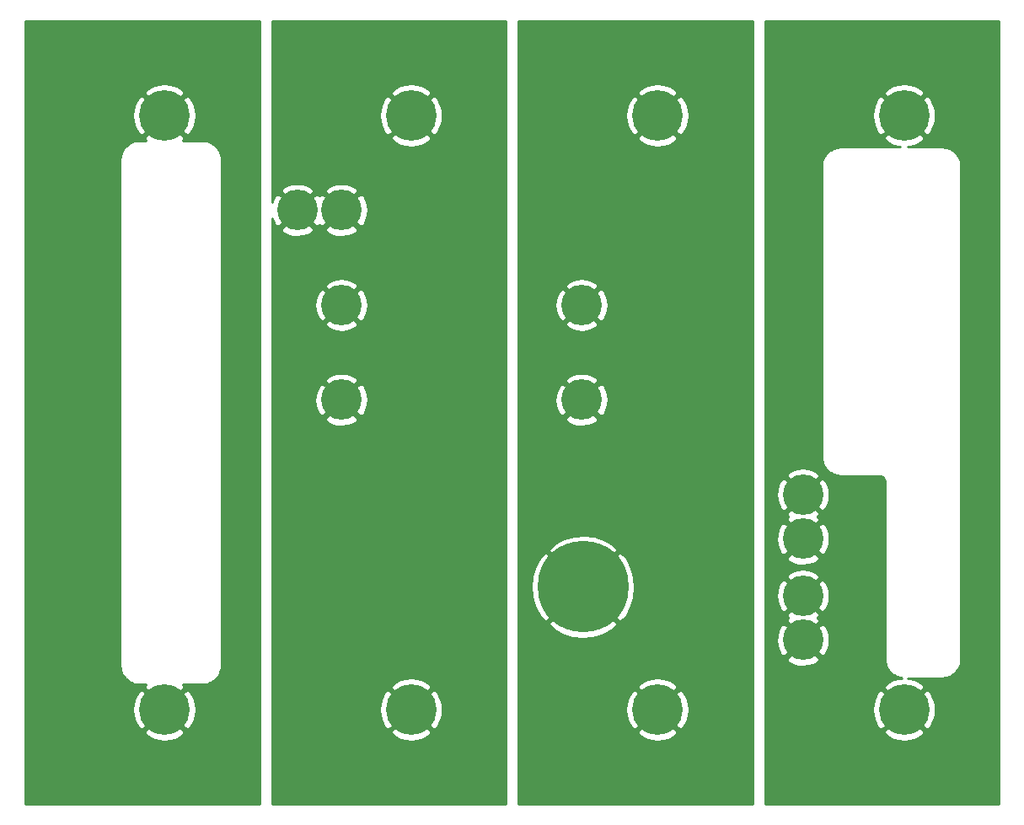
<source format=gbr>
%TF.GenerationSoftware,KiCad,Pcbnew,(5.1.4)-1*%
%TF.CreationDate,2022-01-26T10:18:27+02:00*%
%TF.ProjectId,Front Panel,46726f6e-7420-4506-916e-656c2e6b6963,rev?*%
%TF.SameCoordinates,Original*%
%TF.FileFunction,Copper,L2,Bot*%
%TF.FilePolarity,Positive*%
%FSLAX46Y46*%
G04 Gerber Fmt 4.6, Leading zero omitted, Abs format (unit mm)*
G04 Created by KiCad (PCBNEW (5.1.4)-1) date 2022-01-26 10:18:27*
%MOMM*%
%LPD*%
G04 APERTURE LIST*
%TA.AperFunction,ComponentPad*%
%ADD10C,5.080000*%
%TD*%
%TA.AperFunction,ComponentPad*%
%ADD11C,9.144000*%
%TD*%
%TA.AperFunction,ComponentPad*%
%ADD12C,4.064000*%
%TD*%
%TA.AperFunction,Conductor*%
%ADD13C,0.254000*%
%TD*%
G04 APERTURE END LIST*
D10*
%TO.P,J1,1*%
%TO.N,GND*%
X97155000Y-37465000D03*
%TD*%
%TO.P,J2,1*%
%TO.N,GND*%
X97155000Y-97155000D03*
%TD*%
%TO.P,J3,1*%
%TO.N,GND*%
X121920000Y-37465000D03*
%TD*%
%TO.P,J4,1*%
%TO.N,GND*%
X121920000Y-97155000D03*
%TD*%
%TO.P,J5,1*%
%TO.N,GND*%
X146685000Y-37465000D03*
%TD*%
%TO.P,J6,1*%
%TO.N,GND*%
X146685000Y-97155000D03*
%TD*%
%TO.P,J7,1*%
%TO.N,GND*%
X171450000Y-37465000D03*
%TD*%
%TO.P,J8,1*%
%TO.N,GND*%
X171450000Y-97155000D03*
%TD*%
D11*
%TO.P,J9,1*%
%TO.N,GND*%
X139192000Y-84836000D03*
%TD*%
D12*
%TO.P,J10,1*%
%TO.N,GND*%
X110490000Y-46990000D03*
%TD*%
%TO.P,J11,1*%
%TO.N,GND*%
X114935000Y-46990000D03*
%TD*%
%TO.P,J12,1*%
%TO.N,GND*%
X114935000Y-56515000D03*
%TD*%
%TO.P,J13,1*%
%TO.N,GND*%
X114935000Y-66040000D03*
%TD*%
%TO.P,J14,1*%
%TO.N,GND*%
X139065000Y-56515000D03*
%TD*%
%TO.P,J15,1*%
%TO.N,GND*%
X139065000Y-66040000D03*
%TD*%
%TO.P,J16,1*%
%TO.N,GND*%
X161290000Y-75565000D03*
%TD*%
%TO.P,J17,1*%
%TO.N,GND*%
X161290000Y-80010000D03*
%TD*%
%TO.P,J18,1*%
%TO.N,GND*%
X161290000Y-85725000D03*
%TD*%
%TO.P,J19,1*%
%TO.N,GND*%
X161290000Y-90170000D03*
%TD*%
D13*
%TO.N,GND*%
G36*
X106680000Y-106655000D02*
G01*
X83210000Y-106655000D01*
X83210000Y-99386594D01*
X95103011Y-99386594D01*
X95383984Y-99808659D01*
X95935717Y-100103178D01*
X96534306Y-100284400D01*
X97156748Y-100345361D01*
X97779123Y-100283718D01*
X98377513Y-100101840D01*
X98926016Y-99808659D01*
X99206989Y-99386594D01*
X97155000Y-97334605D01*
X95103011Y-99386594D01*
X83210000Y-99386594D01*
X83210000Y-97156748D01*
X93964639Y-97156748D01*
X94026282Y-97779123D01*
X94208160Y-98377513D01*
X94501341Y-98926016D01*
X94923406Y-99206989D01*
X96975395Y-97155000D01*
X97334605Y-97155000D01*
X99386594Y-99206989D01*
X99808659Y-98926016D01*
X100103178Y-98374283D01*
X100284400Y-97775694D01*
X100345361Y-97153252D01*
X100283718Y-96530877D01*
X100101840Y-95932487D01*
X99808659Y-95383984D01*
X99386594Y-95103011D01*
X97334605Y-97155000D01*
X96975395Y-97155000D01*
X94923406Y-95103011D01*
X94501341Y-95383984D01*
X94206822Y-95935717D01*
X94025600Y-96534306D01*
X93964639Y-97156748D01*
X83210000Y-97156748D01*
X83210000Y-92742418D01*
X92685000Y-92742418D01*
X92687802Y-92770864D01*
X92687747Y-92778682D01*
X92688646Y-92787853D01*
X92714554Y-93034357D01*
X92726589Y-93092986D01*
X92737792Y-93151716D01*
X92740456Y-93160538D01*
X92813751Y-93397314D01*
X92836931Y-93452457D01*
X92859339Y-93507920D01*
X92863665Y-93516054D01*
X92863667Y-93516059D01*
X92863670Y-93516064D01*
X92981553Y-93734086D01*
X93014988Y-93783654D01*
X93047759Y-93833735D01*
X93053584Y-93840876D01*
X93211577Y-94031856D01*
X93254012Y-94073995D01*
X93295875Y-94116745D01*
X93302976Y-94122618D01*
X93495053Y-94279273D01*
X93544875Y-94312374D01*
X93594237Y-94346173D01*
X93602343Y-94350556D01*
X93821191Y-94466919D01*
X93876479Y-94489707D01*
X93931475Y-94513279D01*
X93940278Y-94516003D01*
X94177559Y-94587643D01*
X94236246Y-94599264D01*
X94294752Y-94611700D01*
X94303915Y-94612663D01*
X94303917Y-94612663D01*
X94550595Y-94636850D01*
X94550598Y-94636850D01*
X94582581Y-94640000D01*
X95291677Y-94640000D01*
X95103011Y-94923406D01*
X97155000Y-96975395D01*
X99206989Y-94923406D01*
X99018323Y-94640000D01*
X100997419Y-94640000D01*
X101025865Y-94637198D01*
X101033682Y-94637253D01*
X101042853Y-94636354D01*
X101289357Y-94610446D01*
X101347986Y-94598411D01*
X101406716Y-94587208D01*
X101415532Y-94584546D01*
X101415536Y-94584545D01*
X101415539Y-94584544D01*
X101652314Y-94511249D01*
X101707457Y-94488069D01*
X101762920Y-94465661D01*
X101771054Y-94461335D01*
X101771059Y-94461333D01*
X101771064Y-94461330D01*
X101989086Y-94343447D01*
X102038654Y-94310012D01*
X102088735Y-94277241D01*
X102095876Y-94271416D01*
X102286856Y-94113423D01*
X102328995Y-94070988D01*
X102371745Y-94029125D01*
X102377618Y-94022024D01*
X102534273Y-93829947D01*
X102567374Y-93780125D01*
X102601173Y-93730763D01*
X102605556Y-93722657D01*
X102721919Y-93503809D01*
X102744707Y-93448521D01*
X102768279Y-93393525D01*
X102771003Y-93384722D01*
X102842643Y-93147441D01*
X102854264Y-93088754D01*
X102866700Y-93030248D01*
X102867663Y-93021083D01*
X102891850Y-92774405D01*
X102891850Y-92774402D01*
X102895000Y-92742419D01*
X102895000Y-41877581D01*
X102892198Y-41849135D01*
X102892253Y-41841318D01*
X102891354Y-41832147D01*
X102865446Y-41585644D01*
X102853414Y-41527028D01*
X102842208Y-41468284D01*
X102839544Y-41459462D01*
X102766249Y-41222686D01*
X102743074Y-41167555D01*
X102720661Y-41112080D01*
X102716334Y-41103944D01*
X102598446Y-40885914D01*
X102565012Y-40836346D01*
X102532240Y-40786265D01*
X102526416Y-40779124D01*
X102368423Y-40588144D01*
X102325988Y-40546005D01*
X102284125Y-40503255D01*
X102277024Y-40497381D01*
X102084946Y-40340727D01*
X102035169Y-40307655D01*
X101985763Y-40273826D01*
X101977657Y-40269444D01*
X101758809Y-40153081D01*
X101703532Y-40130298D01*
X101648525Y-40106721D01*
X101639722Y-40103997D01*
X101402441Y-40032357D01*
X101343754Y-40020736D01*
X101285248Y-40008300D01*
X101276085Y-40007337D01*
X101276083Y-40007337D01*
X101029405Y-39983150D01*
X101029402Y-39983150D01*
X100997419Y-39980000D01*
X99018323Y-39980000D01*
X99206989Y-39696594D01*
X97155000Y-37644605D01*
X95103011Y-39696594D01*
X95291677Y-39980000D01*
X94582581Y-39980000D01*
X94554135Y-39982802D01*
X94546318Y-39982747D01*
X94537147Y-39983646D01*
X94290644Y-40009554D01*
X94232028Y-40021586D01*
X94173284Y-40032792D01*
X94164462Y-40035456D01*
X93927686Y-40108751D01*
X93872555Y-40131926D01*
X93817080Y-40154339D01*
X93808944Y-40158666D01*
X93590914Y-40276554D01*
X93541346Y-40309988D01*
X93491265Y-40342760D01*
X93484124Y-40348584D01*
X93293144Y-40506577D01*
X93251005Y-40549012D01*
X93208255Y-40590875D01*
X93202381Y-40597976D01*
X93045727Y-40790054D01*
X93012655Y-40839831D01*
X92978826Y-40889237D01*
X92974444Y-40897343D01*
X92858081Y-41116191D01*
X92835298Y-41171468D01*
X92811721Y-41226475D01*
X92808997Y-41235278D01*
X92737357Y-41472559D01*
X92725736Y-41531246D01*
X92713300Y-41589752D01*
X92712337Y-41598917D01*
X92688150Y-41845595D01*
X92688150Y-41845608D01*
X92685001Y-41877581D01*
X92685000Y-92742418D01*
X83210000Y-92742418D01*
X83210000Y-37466748D01*
X93964639Y-37466748D01*
X94026282Y-38089123D01*
X94208160Y-38687513D01*
X94501341Y-39236016D01*
X94923406Y-39516989D01*
X96975395Y-37465000D01*
X97334605Y-37465000D01*
X99386594Y-39516989D01*
X99808659Y-39236016D01*
X100103178Y-38684283D01*
X100284400Y-38085694D01*
X100345361Y-37463252D01*
X100283718Y-36840877D01*
X100101840Y-36242487D01*
X99808659Y-35693984D01*
X99386594Y-35413011D01*
X97334605Y-37465000D01*
X96975395Y-37465000D01*
X94923406Y-35413011D01*
X94501341Y-35693984D01*
X94206822Y-36245717D01*
X94025600Y-36844306D01*
X93964639Y-37466748D01*
X83210000Y-37466748D01*
X83210000Y-35233406D01*
X95103011Y-35233406D01*
X97155000Y-37285395D01*
X99206989Y-35233406D01*
X98926016Y-34811341D01*
X98374283Y-34516822D01*
X97775694Y-34335600D01*
X97153252Y-34274639D01*
X96530877Y-34336282D01*
X95932487Y-34518160D01*
X95383984Y-34811341D01*
X95103011Y-35233406D01*
X83210000Y-35233406D01*
X83210000Y-27965000D01*
X106680000Y-27965000D01*
X106680000Y-106655000D01*
X106680000Y-106655000D01*
G37*
X106680000Y-106655000D02*
X83210000Y-106655000D01*
X83210000Y-99386594D01*
X95103011Y-99386594D01*
X95383984Y-99808659D01*
X95935717Y-100103178D01*
X96534306Y-100284400D01*
X97156748Y-100345361D01*
X97779123Y-100283718D01*
X98377513Y-100101840D01*
X98926016Y-99808659D01*
X99206989Y-99386594D01*
X97155000Y-97334605D01*
X95103011Y-99386594D01*
X83210000Y-99386594D01*
X83210000Y-97156748D01*
X93964639Y-97156748D01*
X94026282Y-97779123D01*
X94208160Y-98377513D01*
X94501341Y-98926016D01*
X94923406Y-99206989D01*
X96975395Y-97155000D01*
X97334605Y-97155000D01*
X99386594Y-99206989D01*
X99808659Y-98926016D01*
X100103178Y-98374283D01*
X100284400Y-97775694D01*
X100345361Y-97153252D01*
X100283718Y-96530877D01*
X100101840Y-95932487D01*
X99808659Y-95383984D01*
X99386594Y-95103011D01*
X97334605Y-97155000D01*
X96975395Y-97155000D01*
X94923406Y-95103011D01*
X94501341Y-95383984D01*
X94206822Y-95935717D01*
X94025600Y-96534306D01*
X93964639Y-97156748D01*
X83210000Y-97156748D01*
X83210000Y-92742418D01*
X92685000Y-92742418D01*
X92687802Y-92770864D01*
X92687747Y-92778682D01*
X92688646Y-92787853D01*
X92714554Y-93034357D01*
X92726589Y-93092986D01*
X92737792Y-93151716D01*
X92740456Y-93160538D01*
X92813751Y-93397314D01*
X92836931Y-93452457D01*
X92859339Y-93507920D01*
X92863665Y-93516054D01*
X92863667Y-93516059D01*
X92863670Y-93516064D01*
X92981553Y-93734086D01*
X93014988Y-93783654D01*
X93047759Y-93833735D01*
X93053584Y-93840876D01*
X93211577Y-94031856D01*
X93254012Y-94073995D01*
X93295875Y-94116745D01*
X93302976Y-94122618D01*
X93495053Y-94279273D01*
X93544875Y-94312374D01*
X93594237Y-94346173D01*
X93602343Y-94350556D01*
X93821191Y-94466919D01*
X93876479Y-94489707D01*
X93931475Y-94513279D01*
X93940278Y-94516003D01*
X94177559Y-94587643D01*
X94236246Y-94599264D01*
X94294752Y-94611700D01*
X94303915Y-94612663D01*
X94303917Y-94612663D01*
X94550595Y-94636850D01*
X94550598Y-94636850D01*
X94582581Y-94640000D01*
X95291677Y-94640000D01*
X95103011Y-94923406D01*
X97155000Y-96975395D01*
X99206989Y-94923406D01*
X99018323Y-94640000D01*
X100997419Y-94640000D01*
X101025865Y-94637198D01*
X101033682Y-94637253D01*
X101042853Y-94636354D01*
X101289357Y-94610446D01*
X101347986Y-94598411D01*
X101406716Y-94587208D01*
X101415532Y-94584546D01*
X101415536Y-94584545D01*
X101415539Y-94584544D01*
X101652314Y-94511249D01*
X101707457Y-94488069D01*
X101762920Y-94465661D01*
X101771054Y-94461335D01*
X101771059Y-94461333D01*
X101771064Y-94461330D01*
X101989086Y-94343447D01*
X102038654Y-94310012D01*
X102088735Y-94277241D01*
X102095876Y-94271416D01*
X102286856Y-94113423D01*
X102328995Y-94070988D01*
X102371745Y-94029125D01*
X102377618Y-94022024D01*
X102534273Y-93829947D01*
X102567374Y-93780125D01*
X102601173Y-93730763D01*
X102605556Y-93722657D01*
X102721919Y-93503809D01*
X102744707Y-93448521D01*
X102768279Y-93393525D01*
X102771003Y-93384722D01*
X102842643Y-93147441D01*
X102854264Y-93088754D01*
X102866700Y-93030248D01*
X102867663Y-93021083D01*
X102891850Y-92774405D01*
X102891850Y-92774402D01*
X102895000Y-92742419D01*
X102895000Y-41877581D01*
X102892198Y-41849135D01*
X102892253Y-41841318D01*
X102891354Y-41832147D01*
X102865446Y-41585644D01*
X102853414Y-41527028D01*
X102842208Y-41468284D01*
X102839544Y-41459462D01*
X102766249Y-41222686D01*
X102743074Y-41167555D01*
X102720661Y-41112080D01*
X102716334Y-41103944D01*
X102598446Y-40885914D01*
X102565012Y-40836346D01*
X102532240Y-40786265D01*
X102526416Y-40779124D01*
X102368423Y-40588144D01*
X102325988Y-40546005D01*
X102284125Y-40503255D01*
X102277024Y-40497381D01*
X102084946Y-40340727D01*
X102035169Y-40307655D01*
X101985763Y-40273826D01*
X101977657Y-40269444D01*
X101758809Y-40153081D01*
X101703532Y-40130298D01*
X101648525Y-40106721D01*
X101639722Y-40103997D01*
X101402441Y-40032357D01*
X101343754Y-40020736D01*
X101285248Y-40008300D01*
X101276085Y-40007337D01*
X101276083Y-40007337D01*
X101029405Y-39983150D01*
X101029402Y-39983150D01*
X100997419Y-39980000D01*
X99018323Y-39980000D01*
X99206989Y-39696594D01*
X97155000Y-37644605D01*
X95103011Y-39696594D01*
X95291677Y-39980000D01*
X94582581Y-39980000D01*
X94554135Y-39982802D01*
X94546318Y-39982747D01*
X94537147Y-39983646D01*
X94290644Y-40009554D01*
X94232028Y-40021586D01*
X94173284Y-40032792D01*
X94164462Y-40035456D01*
X93927686Y-40108751D01*
X93872555Y-40131926D01*
X93817080Y-40154339D01*
X93808944Y-40158666D01*
X93590914Y-40276554D01*
X93541346Y-40309988D01*
X93491265Y-40342760D01*
X93484124Y-40348584D01*
X93293144Y-40506577D01*
X93251005Y-40549012D01*
X93208255Y-40590875D01*
X93202381Y-40597976D01*
X93045727Y-40790054D01*
X93012655Y-40839831D01*
X92978826Y-40889237D01*
X92974444Y-40897343D01*
X92858081Y-41116191D01*
X92835298Y-41171468D01*
X92811721Y-41226475D01*
X92808997Y-41235278D01*
X92737357Y-41472559D01*
X92725736Y-41531246D01*
X92713300Y-41589752D01*
X92712337Y-41598917D01*
X92688150Y-41845595D01*
X92688150Y-41845608D01*
X92685001Y-41877581D01*
X92685000Y-92742418D01*
X83210000Y-92742418D01*
X83210000Y-37466748D01*
X93964639Y-37466748D01*
X94026282Y-38089123D01*
X94208160Y-38687513D01*
X94501341Y-39236016D01*
X94923406Y-39516989D01*
X96975395Y-37465000D01*
X97334605Y-37465000D01*
X99386594Y-39516989D01*
X99808659Y-39236016D01*
X100103178Y-38684283D01*
X100284400Y-38085694D01*
X100345361Y-37463252D01*
X100283718Y-36840877D01*
X100101840Y-36242487D01*
X99808659Y-35693984D01*
X99386594Y-35413011D01*
X97334605Y-37465000D01*
X96975395Y-37465000D01*
X94923406Y-35413011D01*
X94501341Y-35693984D01*
X94206822Y-36245717D01*
X94025600Y-36844306D01*
X93964639Y-37466748D01*
X83210000Y-37466748D01*
X83210000Y-35233406D01*
X95103011Y-35233406D01*
X97155000Y-37285395D01*
X99206989Y-35233406D01*
X98926016Y-34811341D01*
X98374283Y-34516822D01*
X97775694Y-34335600D01*
X97153252Y-34274639D01*
X96530877Y-34336282D01*
X95932487Y-34518160D01*
X95383984Y-34811341D01*
X95103011Y-35233406D01*
X83210000Y-35233406D01*
X83210000Y-27965000D01*
X106680000Y-27965000D01*
X106680000Y-106655000D01*
G36*
X131445000Y-106655000D02*
G01*
X107950000Y-106655000D01*
X107950000Y-99386594D01*
X119868011Y-99386594D01*
X120148984Y-99808659D01*
X120700717Y-100103178D01*
X121299306Y-100284400D01*
X121921748Y-100345361D01*
X122544123Y-100283718D01*
X123142513Y-100101840D01*
X123691016Y-99808659D01*
X123971989Y-99386594D01*
X121920000Y-97334605D01*
X119868011Y-99386594D01*
X107950000Y-99386594D01*
X107950000Y-97156748D01*
X118729639Y-97156748D01*
X118791282Y-97779123D01*
X118973160Y-98377513D01*
X119266341Y-98926016D01*
X119688406Y-99206989D01*
X121740395Y-97155000D01*
X122099605Y-97155000D01*
X124151594Y-99206989D01*
X124573659Y-98926016D01*
X124868178Y-98374283D01*
X125049400Y-97775694D01*
X125110361Y-97153252D01*
X125048718Y-96530877D01*
X124866840Y-95932487D01*
X124573659Y-95383984D01*
X124151594Y-95103011D01*
X122099605Y-97155000D01*
X121740395Y-97155000D01*
X119688406Y-95103011D01*
X119266341Y-95383984D01*
X118971822Y-95935717D01*
X118790600Y-96534306D01*
X118729639Y-97156748D01*
X107950000Y-97156748D01*
X107950000Y-94923406D01*
X119868011Y-94923406D01*
X121920000Y-96975395D01*
X123971989Y-94923406D01*
X123691016Y-94501341D01*
X123139283Y-94206822D01*
X122540694Y-94025600D01*
X121918252Y-93964639D01*
X121295877Y-94026282D01*
X120697487Y-94208160D01*
X120148984Y-94501341D01*
X119868011Y-94923406D01*
X107950000Y-94923406D01*
X107950000Y-67910264D01*
X113244341Y-67910264D01*
X113464307Y-68280301D01*
X113929627Y-68524172D01*
X114433583Y-68672578D01*
X114956808Y-68719815D01*
X115479195Y-68664069D01*
X115980669Y-68507481D01*
X116405693Y-68280301D01*
X116625659Y-67910264D01*
X114935000Y-66219605D01*
X113244341Y-67910264D01*
X107950000Y-67910264D01*
X107950000Y-66061808D01*
X112255185Y-66061808D01*
X112310931Y-66584195D01*
X112467519Y-67085669D01*
X112694699Y-67510693D01*
X113064736Y-67730659D01*
X114755395Y-66040000D01*
X115114605Y-66040000D01*
X116805264Y-67730659D01*
X117175301Y-67510693D01*
X117419172Y-67045373D01*
X117567578Y-66541417D01*
X117614815Y-66018192D01*
X117559069Y-65495805D01*
X117402481Y-64994331D01*
X117175301Y-64569307D01*
X116805264Y-64349341D01*
X115114605Y-66040000D01*
X114755395Y-66040000D01*
X113064736Y-64349341D01*
X112694699Y-64569307D01*
X112450828Y-65034627D01*
X112302422Y-65538583D01*
X112255185Y-66061808D01*
X107950000Y-66061808D01*
X107950000Y-64169736D01*
X113244341Y-64169736D01*
X114935000Y-65860395D01*
X116625659Y-64169736D01*
X116405693Y-63799699D01*
X115940373Y-63555828D01*
X115436417Y-63407422D01*
X114913192Y-63360185D01*
X114390805Y-63415931D01*
X113889331Y-63572519D01*
X113464307Y-63799699D01*
X113244341Y-64169736D01*
X107950000Y-64169736D01*
X107950000Y-58385264D01*
X113244341Y-58385264D01*
X113464307Y-58755301D01*
X113929627Y-58999172D01*
X114433583Y-59147578D01*
X114956808Y-59194815D01*
X115479195Y-59139069D01*
X115980669Y-58982481D01*
X116405693Y-58755301D01*
X116625659Y-58385264D01*
X114935000Y-56694605D01*
X113244341Y-58385264D01*
X107950000Y-58385264D01*
X107950000Y-56536808D01*
X112255185Y-56536808D01*
X112310931Y-57059195D01*
X112467519Y-57560669D01*
X112694699Y-57985693D01*
X113064736Y-58205659D01*
X114755395Y-56515000D01*
X115114605Y-56515000D01*
X116805264Y-58205659D01*
X117175301Y-57985693D01*
X117419172Y-57520373D01*
X117567578Y-57016417D01*
X117614815Y-56493192D01*
X117559069Y-55970805D01*
X117402481Y-55469331D01*
X117175301Y-55044307D01*
X116805264Y-54824341D01*
X115114605Y-56515000D01*
X114755395Y-56515000D01*
X113064736Y-54824341D01*
X112694699Y-55044307D01*
X112450828Y-55509627D01*
X112302422Y-56013583D01*
X112255185Y-56536808D01*
X107950000Y-56536808D01*
X107950000Y-54644736D01*
X113244341Y-54644736D01*
X114935000Y-56335395D01*
X116625659Y-54644736D01*
X116405693Y-54274699D01*
X115940373Y-54030828D01*
X115436417Y-53882422D01*
X114913192Y-53835185D01*
X114390805Y-53890931D01*
X113889331Y-54047519D01*
X113464307Y-54274699D01*
X113244341Y-54644736D01*
X107950000Y-54644736D01*
X107950000Y-48860264D01*
X108799341Y-48860264D01*
X109019307Y-49230301D01*
X109484627Y-49474172D01*
X109988583Y-49622578D01*
X110511808Y-49669815D01*
X111034195Y-49614069D01*
X111535669Y-49457481D01*
X111960693Y-49230301D01*
X112180659Y-48860264D01*
X113244341Y-48860264D01*
X113464307Y-49230301D01*
X113929627Y-49474172D01*
X114433583Y-49622578D01*
X114956808Y-49669815D01*
X115479195Y-49614069D01*
X115980669Y-49457481D01*
X116405693Y-49230301D01*
X116625659Y-48860264D01*
X114935000Y-47169605D01*
X113244341Y-48860264D01*
X112180659Y-48860264D01*
X110490000Y-47169605D01*
X108799341Y-48860264D01*
X107950000Y-48860264D01*
X107950000Y-47803426D01*
X108022519Y-48035669D01*
X108249699Y-48460693D01*
X108619736Y-48680659D01*
X110310395Y-46990000D01*
X110669605Y-46990000D01*
X112360264Y-48680659D01*
X112712500Y-48471275D01*
X113064736Y-48680659D01*
X114755395Y-46990000D01*
X115114605Y-46990000D01*
X116805264Y-48680659D01*
X117175301Y-48460693D01*
X117419172Y-47995373D01*
X117567578Y-47491417D01*
X117614815Y-46968192D01*
X117559069Y-46445805D01*
X117402481Y-45944331D01*
X117175301Y-45519307D01*
X116805264Y-45299341D01*
X115114605Y-46990000D01*
X114755395Y-46990000D01*
X113064736Y-45299341D01*
X112712500Y-45508725D01*
X112360264Y-45299341D01*
X110669605Y-46990000D01*
X110310395Y-46990000D01*
X108619736Y-45299341D01*
X108249699Y-45519307D01*
X108005828Y-45984627D01*
X107950000Y-46174207D01*
X107950000Y-45119736D01*
X108799341Y-45119736D01*
X110490000Y-46810395D01*
X112180659Y-45119736D01*
X113244341Y-45119736D01*
X114935000Y-46810395D01*
X116625659Y-45119736D01*
X116405693Y-44749699D01*
X115940373Y-44505828D01*
X115436417Y-44357422D01*
X114913192Y-44310185D01*
X114390805Y-44365931D01*
X113889331Y-44522519D01*
X113464307Y-44749699D01*
X113244341Y-45119736D01*
X112180659Y-45119736D01*
X111960693Y-44749699D01*
X111495373Y-44505828D01*
X110991417Y-44357422D01*
X110468192Y-44310185D01*
X109945805Y-44365931D01*
X109444331Y-44522519D01*
X109019307Y-44749699D01*
X108799341Y-45119736D01*
X107950000Y-45119736D01*
X107950000Y-39696594D01*
X119868011Y-39696594D01*
X120148984Y-40118659D01*
X120700717Y-40413178D01*
X121299306Y-40594400D01*
X121921748Y-40655361D01*
X122544123Y-40593718D01*
X123142513Y-40411840D01*
X123691016Y-40118659D01*
X123971989Y-39696594D01*
X121920000Y-37644605D01*
X119868011Y-39696594D01*
X107950000Y-39696594D01*
X107950000Y-37466748D01*
X118729639Y-37466748D01*
X118791282Y-38089123D01*
X118973160Y-38687513D01*
X119266341Y-39236016D01*
X119688406Y-39516989D01*
X121740395Y-37465000D01*
X122099605Y-37465000D01*
X124151594Y-39516989D01*
X124573659Y-39236016D01*
X124868178Y-38684283D01*
X125049400Y-38085694D01*
X125110361Y-37463252D01*
X125048718Y-36840877D01*
X124866840Y-36242487D01*
X124573659Y-35693984D01*
X124151594Y-35413011D01*
X122099605Y-37465000D01*
X121740395Y-37465000D01*
X119688406Y-35413011D01*
X119266341Y-35693984D01*
X118971822Y-36245717D01*
X118790600Y-36844306D01*
X118729639Y-37466748D01*
X107950000Y-37466748D01*
X107950000Y-35233406D01*
X119868011Y-35233406D01*
X121920000Y-37285395D01*
X123971989Y-35233406D01*
X123691016Y-34811341D01*
X123139283Y-34516822D01*
X122540694Y-34335600D01*
X121918252Y-34274639D01*
X121295877Y-34336282D01*
X120697487Y-34518160D01*
X120148984Y-34811341D01*
X119868011Y-35233406D01*
X107950000Y-35233406D01*
X107950000Y-27965000D01*
X131445000Y-27965000D01*
X131445000Y-106655000D01*
X131445000Y-106655000D01*
G37*
X131445000Y-106655000D02*
X107950000Y-106655000D01*
X107950000Y-99386594D01*
X119868011Y-99386594D01*
X120148984Y-99808659D01*
X120700717Y-100103178D01*
X121299306Y-100284400D01*
X121921748Y-100345361D01*
X122544123Y-100283718D01*
X123142513Y-100101840D01*
X123691016Y-99808659D01*
X123971989Y-99386594D01*
X121920000Y-97334605D01*
X119868011Y-99386594D01*
X107950000Y-99386594D01*
X107950000Y-97156748D01*
X118729639Y-97156748D01*
X118791282Y-97779123D01*
X118973160Y-98377513D01*
X119266341Y-98926016D01*
X119688406Y-99206989D01*
X121740395Y-97155000D01*
X122099605Y-97155000D01*
X124151594Y-99206989D01*
X124573659Y-98926016D01*
X124868178Y-98374283D01*
X125049400Y-97775694D01*
X125110361Y-97153252D01*
X125048718Y-96530877D01*
X124866840Y-95932487D01*
X124573659Y-95383984D01*
X124151594Y-95103011D01*
X122099605Y-97155000D01*
X121740395Y-97155000D01*
X119688406Y-95103011D01*
X119266341Y-95383984D01*
X118971822Y-95935717D01*
X118790600Y-96534306D01*
X118729639Y-97156748D01*
X107950000Y-97156748D01*
X107950000Y-94923406D01*
X119868011Y-94923406D01*
X121920000Y-96975395D01*
X123971989Y-94923406D01*
X123691016Y-94501341D01*
X123139283Y-94206822D01*
X122540694Y-94025600D01*
X121918252Y-93964639D01*
X121295877Y-94026282D01*
X120697487Y-94208160D01*
X120148984Y-94501341D01*
X119868011Y-94923406D01*
X107950000Y-94923406D01*
X107950000Y-67910264D01*
X113244341Y-67910264D01*
X113464307Y-68280301D01*
X113929627Y-68524172D01*
X114433583Y-68672578D01*
X114956808Y-68719815D01*
X115479195Y-68664069D01*
X115980669Y-68507481D01*
X116405693Y-68280301D01*
X116625659Y-67910264D01*
X114935000Y-66219605D01*
X113244341Y-67910264D01*
X107950000Y-67910264D01*
X107950000Y-66061808D01*
X112255185Y-66061808D01*
X112310931Y-66584195D01*
X112467519Y-67085669D01*
X112694699Y-67510693D01*
X113064736Y-67730659D01*
X114755395Y-66040000D01*
X115114605Y-66040000D01*
X116805264Y-67730659D01*
X117175301Y-67510693D01*
X117419172Y-67045373D01*
X117567578Y-66541417D01*
X117614815Y-66018192D01*
X117559069Y-65495805D01*
X117402481Y-64994331D01*
X117175301Y-64569307D01*
X116805264Y-64349341D01*
X115114605Y-66040000D01*
X114755395Y-66040000D01*
X113064736Y-64349341D01*
X112694699Y-64569307D01*
X112450828Y-65034627D01*
X112302422Y-65538583D01*
X112255185Y-66061808D01*
X107950000Y-66061808D01*
X107950000Y-64169736D01*
X113244341Y-64169736D01*
X114935000Y-65860395D01*
X116625659Y-64169736D01*
X116405693Y-63799699D01*
X115940373Y-63555828D01*
X115436417Y-63407422D01*
X114913192Y-63360185D01*
X114390805Y-63415931D01*
X113889331Y-63572519D01*
X113464307Y-63799699D01*
X113244341Y-64169736D01*
X107950000Y-64169736D01*
X107950000Y-58385264D01*
X113244341Y-58385264D01*
X113464307Y-58755301D01*
X113929627Y-58999172D01*
X114433583Y-59147578D01*
X114956808Y-59194815D01*
X115479195Y-59139069D01*
X115980669Y-58982481D01*
X116405693Y-58755301D01*
X116625659Y-58385264D01*
X114935000Y-56694605D01*
X113244341Y-58385264D01*
X107950000Y-58385264D01*
X107950000Y-56536808D01*
X112255185Y-56536808D01*
X112310931Y-57059195D01*
X112467519Y-57560669D01*
X112694699Y-57985693D01*
X113064736Y-58205659D01*
X114755395Y-56515000D01*
X115114605Y-56515000D01*
X116805264Y-58205659D01*
X117175301Y-57985693D01*
X117419172Y-57520373D01*
X117567578Y-57016417D01*
X117614815Y-56493192D01*
X117559069Y-55970805D01*
X117402481Y-55469331D01*
X117175301Y-55044307D01*
X116805264Y-54824341D01*
X115114605Y-56515000D01*
X114755395Y-56515000D01*
X113064736Y-54824341D01*
X112694699Y-55044307D01*
X112450828Y-55509627D01*
X112302422Y-56013583D01*
X112255185Y-56536808D01*
X107950000Y-56536808D01*
X107950000Y-54644736D01*
X113244341Y-54644736D01*
X114935000Y-56335395D01*
X116625659Y-54644736D01*
X116405693Y-54274699D01*
X115940373Y-54030828D01*
X115436417Y-53882422D01*
X114913192Y-53835185D01*
X114390805Y-53890931D01*
X113889331Y-54047519D01*
X113464307Y-54274699D01*
X113244341Y-54644736D01*
X107950000Y-54644736D01*
X107950000Y-48860264D01*
X108799341Y-48860264D01*
X109019307Y-49230301D01*
X109484627Y-49474172D01*
X109988583Y-49622578D01*
X110511808Y-49669815D01*
X111034195Y-49614069D01*
X111535669Y-49457481D01*
X111960693Y-49230301D01*
X112180659Y-48860264D01*
X113244341Y-48860264D01*
X113464307Y-49230301D01*
X113929627Y-49474172D01*
X114433583Y-49622578D01*
X114956808Y-49669815D01*
X115479195Y-49614069D01*
X115980669Y-49457481D01*
X116405693Y-49230301D01*
X116625659Y-48860264D01*
X114935000Y-47169605D01*
X113244341Y-48860264D01*
X112180659Y-48860264D01*
X110490000Y-47169605D01*
X108799341Y-48860264D01*
X107950000Y-48860264D01*
X107950000Y-47803426D01*
X108022519Y-48035669D01*
X108249699Y-48460693D01*
X108619736Y-48680659D01*
X110310395Y-46990000D01*
X110669605Y-46990000D01*
X112360264Y-48680659D01*
X112712500Y-48471275D01*
X113064736Y-48680659D01*
X114755395Y-46990000D01*
X115114605Y-46990000D01*
X116805264Y-48680659D01*
X117175301Y-48460693D01*
X117419172Y-47995373D01*
X117567578Y-47491417D01*
X117614815Y-46968192D01*
X117559069Y-46445805D01*
X117402481Y-45944331D01*
X117175301Y-45519307D01*
X116805264Y-45299341D01*
X115114605Y-46990000D01*
X114755395Y-46990000D01*
X113064736Y-45299341D01*
X112712500Y-45508725D01*
X112360264Y-45299341D01*
X110669605Y-46990000D01*
X110310395Y-46990000D01*
X108619736Y-45299341D01*
X108249699Y-45519307D01*
X108005828Y-45984627D01*
X107950000Y-46174207D01*
X107950000Y-45119736D01*
X108799341Y-45119736D01*
X110490000Y-46810395D01*
X112180659Y-45119736D01*
X113244341Y-45119736D01*
X114935000Y-46810395D01*
X116625659Y-45119736D01*
X116405693Y-44749699D01*
X115940373Y-44505828D01*
X115436417Y-44357422D01*
X114913192Y-44310185D01*
X114390805Y-44365931D01*
X113889331Y-44522519D01*
X113464307Y-44749699D01*
X113244341Y-45119736D01*
X112180659Y-45119736D01*
X111960693Y-44749699D01*
X111495373Y-44505828D01*
X110991417Y-44357422D01*
X110468192Y-44310185D01*
X109945805Y-44365931D01*
X109444331Y-44522519D01*
X109019307Y-44749699D01*
X108799341Y-45119736D01*
X107950000Y-45119736D01*
X107950000Y-39696594D01*
X119868011Y-39696594D01*
X120148984Y-40118659D01*
X120700717Y-40413178D01*
X121299306Y-40594400D01*
X121921748Y-40655361D01*
X122544123Y-40593718D01*
X123142513Y-40411840D01*
X123691016Y-40118659D01*
X123971989Y-39696594D01*
X121920000Y-37644605D01*
X119868011Y-39696594D01*
X107950000Y-39696594D01*
X107950000Y-37466748D01*
X118729639Y-37466748D01*
X118791282Y-38089123D01*
X118973160Y-38687513D01*
X119266341Y-39236016D01*
X119688406Y-39516989D01*
X121740395Y-37465000D01*
X122099605Y-37465000D01*
X124151594Y-39516989D01*
X124573659Y-39236016D01*
X124868178Y-38684283D01*
X125049400Y-38085694D01*
X125110361Y-37463252D01*
X125048718Y-36840877D01*
X124866840Y-36242487D01*
X124573659Y-35693984D01*
X124151594Y-35413011D01*
X122099605Y-37465000D01*
X121740395Y-37465000D01*
X119688406Y-35413011D01*
X119266341Y-35693984D01*
X118971822Y-36245717D01*
X118790600Y-36844306D01*
X118729639Y-37466748D01*
X107950000Y-37466748D01*
X107950000Y-35233406D01*
X119868011Y-35233406D01*
X121920000Y-37285395D01*
X123971989Y-35233406D01*
X123691016Y-34811341D01*
X123139283Y-34516822D01*
X122540694Y-34335600D01*
X121918252Y-34274639D01*
X121295877Y-34336282D01*
X120697487Y-34518160D01*
X120148984Y-34811341D01*
X119868011Y-35233406D01*
X107950000Y-35233406D01*
X107950000Y-27965000D01*
X131445000Y-27965000D01*
X131445000Y-106655000D01*
G36*
X156210000Y-106655000D02*
G01*
X132715000Y-106655000D01*
X132715000Y-99386594D01*
X144633011Y-99386594D01*
X144913984Y-99808659D01*
X145465717Y-100103178D01*
X146064306Y-100284400D01*
X146686748Y-100345361D01*
X147309123Y-100283718D01*
X147907513Y-100101840D01*
X148456016Y-99808659D01*
X148736989Y-99386594D01*
X146685000Y-97334605D01*
X144633011Y-99386594D01*
X132715000Y-99386594D01*
X132715000Y-97156748D01*
X143494639Y-97156748D01*
X143556282Y-97779123D01*
X143738160Y-98377513D01*
X144031341Y-98926016D01*
X144453406Y-99206989D01*
X146505395Y-97155000D01*
X146864605Y-97155000D01*
X148916594Y-99206989D01*
X149338659Y-98926016D01*
X149633178Y-98374283D01*
X149814400Y-97775694D01*
X149875361Y-97153252D01*
X149813718Y-96530877D01*
X149631840Y-95932487D01*
X149338659Y-95383984D01*
X148916594Y-95103011D01*
X146864605Y-97155000D01*
X146505395Y-97155000D01*
X144453406Y-95103011D01*
X144031341Y-95383984D01*
X143736822Y-95935717D01*
X143555600Y-96534306D01*
X143494639Y-97156748D01*
X132715000Y-97156748D01*
X132715000Y-94923406D01*
X144633011Y-94923406D01*
X146685000Y-96975395D01*
X148736989Y-94923406D01*
X148456016Y-94501341D01*
X147904283Y-94206822D01*
X147305694Y-94025600D01*
X146683252Y-93964639D01*
X146060877Y-94026282D01*
X145462487Y-94208160D01*
X144913984Y-94501341D01*
X144633011Y-94923406D01*
X132715000Y-94923406D01*
X132715000Y-88512145D01*
X135695460Y-88512145D01*
X136220245Y-89142335D01*
X137117471Y-89639352D01*
X138094420Y-89951777D01*
X139113548Y-90067606D01*
X140135691Y-89982388D01*
X141121569Y-89699396D01*
X142033294Y-89229507D01*
X142163755Y-89142335D01*
X142688540Y-88512145D01*
X139192000Y-85015605D01*
X135695460Y-88512145D01*
X132715000Y-88512145D01*
X132715000Y-84757548D01*
X133960394Y-84757548D01*
X134045612Y-85779691D01*
X134328604Y-86765569D01*
X134798493Y-87677294D01*
X134885665Y-87807755D01*
X135515855Y-88332540D01*
X139012395Y-84836000D01*
X139371605Y-84836000D01*
X142868145Y-88332540D01*
X143498335Y-87807755D01*
X143995352Y-86910529D01*
X144307777Y-85933580D01*
X144423606Y-84914452D01*
X144338388Y-83892309D01*
X144055396Y-82906431D01*
X143585507Y-81994706D01*
X143498335Y-81864245D01*
X142868145Y-81339460D01*
X139371605Y-84836000D01*
X139012395Y-84836000D01*
X135515855Y-81339460D01*
X134885665Y-81864245D01*
X134388648Y-82761471D01*
X134076223Y-83738420D01*
X133960394Y-84757548D01*
X132715000Y-84757548D01*
X132715000Y-81159855D01*
X135695460Y-81159855D01*
X139192000Y-84656395D01*
X142688540Y-81159855D01*
X142163755Y-80529665D01*
X141266529Y-80032648D01*
X140289580Y-79720223D01*
X139270452Y-79604394D01*
X138248309Y-79689612D01*
X137262431Y-79972604D01*
X136350706Y-80442493D01*
X136220245Y-80529665D01*
X135695460Y-81159855D01*
X132715000Y-81159855D01*
X132715000Y-67910264D01*
X137374341Y-67910264D01*
X137594307Y-68280301D01*
X138059627Y-68524172D01*
X138563583Y-68672578D01*
X139086808Y-68719815D01*
X139609195Y-68664069D01*
X140110669Y-68507481D01*
X140535693Y-68280301D01*
X140755659Y-67910264D01*
X139065000Y-66219605D01*
X137374341Y-67910264D01*
X132715000Y-67910264D01*
X132715000Y-66061808D01*
X136385185Y-66061808D01*
X136440931Y-66584195D01*
X136597519Y-67085669D01*
X136824699Y-67510693D01*
X137194736Y-67730659D01*
X138885395Y-66040000D01*
X139244605Y-66040000D01*
X140935264Y-67730659D01*
X141305301Y-67510693D01*
X141549172Y-67045373D01*
X141697578Y-66541417D01*
X141744815Y-66018192D01*
X141689069Y-65495805D01*
X141532481Y-64994331D01*
X141305301Y-64569307D01*
X140935264Y-64349341D01*
X139244605Y-66040000D01*
X138885395Y-66040000D01*
X137194736Y-64349341D01*
X136824699Y-64569307D01*
X136580828Y-65034627D01*
X136432422Y-65538583D01*
X136385185Y-66061808D01*
X132715000Y-66061808D01*
X132715000Y-64169736D01*
X137374341Y-64169736D01*
X139065000Y-65860395D01*
X140755659Y-64169736D01*
X140535693Y-63799699D01*
X140070373Y-63555828D01*
X139566417Y-63407422D01*
X139043192Y-63360185D01*
X138520805Y-63415931D01*
X138019331Y-63572519D01*
X137594307Y-63799699D01*
X137374341Y-64169736D01*
X132715000Y-64169736D01*
X132715000Y-58385264D01*
X137374341Y-58385264D01*
X137594307Y-58755301D01*
X138059627Y-58999172D01*
X138563583Y-59147578D01*
X139086808Y-59194815D01*
X139609195Y-59139069D01*
X140110669Y-58982481D01*
X140535693Y-58755301D01*
X140755659Y-58385264D01*
X139065000Y-56694605D01*
X137374341Y-58385264D01*
X132715000Y-58385264D01*
X132715000Y-56536808D01*
X136385185Y-56536808D01*
X136440931Y-57059195D01*
X136597519Y-57560669D01*
X136824699Y-57985693D01*
X137194736Y-58205659D01*
X138885395Y-56515000D01*
X139244605Y-56515000D01*
X140935264Y-58205659D01*
X141305301Y-57985693D01*
X141549172Y-57520373D01*
X141697578Y-57016417D01*
X141744815Y-56493192D01*
X141689069Y-55970805D01*
X141532481Y-55469331D01*
X141305301Y-55044307D01*
X140935264Y-54824341D01*
X139244605Y-56515000D01*
X138885395Y-56515000D01*
X137194736Y-54824341D01*
X136824699Y-55044307D01*
X136580828Y-55509627D01*
X136432422Y-56013583D01*
X136385185Y-56536808D01*
X132715000Y-56536808D01*
X132715000Y-54644736D01*
X137374341Y-54644736D01*
X139065000Y-56335395D01*
X140755659Y-54644736D01*
X140535693Y-54274699D01*
X140070373Y-54030828D01*
X139566417Y-53882422D01*
X139043192Y-53835185D01*
X138520805Y-53890931D01*
X138019331Y-54047519D01*
X137594307Y-54274699D01*
X137374341Y-54644736D01*
X132715000Y-54644736D01*
X132715000Y-39696594D01*
X144633011Y-39696594D01*
X144913984Y-40118659D01*
X145465717Y-40413178D01*
X146064306Y-40594400D01*
X146686748Y-40655361D01*
X147309123Y-40593718D01*
X147907513Y-40411840D01*
X148456016Y-40118659D01*
X148736989Y-39696594D01*
X146685000Y-37644605D01*
X144633011Y-39696594D01*
X132715000Y-39696594D01*
X132715000Y-37466748D01*
X143494639Y-37466748D01*
X143556282Y-38089123D01*
X143738160Y-38687513D01*
X144031341Y-39236016D01*
X144453406Y-39516989D01*
X146505395Y-37465000D01*
X146864605Y-37465000D01*
X148916594Y-39516989D01*
X149338659Y-39236016D01*
X149633178Y-38684283D01*
X149814400Y-38085694D01*
X149875361Y-37463252D01*
X149813718Y-36840877D01*
X149631840Y-36242487D01*
X149338659Y-35693984D01*
X148916594Y-35413011D01*
X146864605Y-37465000D01*
X146505395Y-37465000D01*
X144453406Y-35413011D01*
X144031341Y-35693984D01*
X143736822Y-36245717D01*
X143555600Y-36844306D01*
X143494639Y-37466748D01*
X132715000Y-37466748D01*
X132715000Y-35233406D01*
X144633011Y-35233406D01*
X146685000Y-37285395D01*
X148736989Y-35233406D01*
X148456016Y-34811341D01*
X147904283Y-34516822D01*
X147305694Y-34335600D01*
X146683252Y-34274639D01*
X146060877Y-34336282D01*
X145462487Y-34518160D01*
X144913984Y-34811341D01*
X144633011Y-35233406D01*
X132715000Y-35233406D01*
X132715000Y-27965000D01*
X156210000Y-27965000D01*
X156210000Y-106655000D01*
X156210000Y-106655000D01*
G37*
X156210000Y-106655000D02*
X132715000Y-106655000D01*
X132715000Y-99386594D01*
X144633011Y-99386594D01*
X144913984Y-99808659D01*
X145465717Y-100103178D01*
X146064306Y-100284400D01*
X146686748Y-100345361D01*
X147309123Y-100283718D01*
X147907513Y-100101840D01*
X148456016Y-99808659D01*
X148736989Y-99386594D01*
X146685000Y-97334605D01*
X144633011Y-99386594D01*
X132715000Y-99386594D01*
X132715000Y-97156748D01*
X143494639Y-97156748D01*
X143556282Y-97779123D01*
X143738160Y-98377513D01*
X144031341Y-98926016D01*
X144453406Y-99206989D01*
X146505395Y-97155000D01*
X146864605Y-97155000D01*
X148916594Y-99206989D01*
X149338659Y-98926016D01*
X149633178Y-98374283D01*
X149814400Y-97775694D01*
X149875361Y-97153252D01*
X149813718Y-96530877D01*
X149631840Y-95932487D01*
X149338659Y-95383984D01*
X148916594Y-95103011D01*
X146864605Y-97155000D01*
X146505395Y-97155000D01*
X144453406Y-95103011D01*
X144031341Y-95383984D01*
X143736822Y-95935717D01*
X143555600Y-96534306D01*
X143494639Y-97156748D01*
X132715000Y-97156748D01*
X132715000Y-94923406D01*
X144633011Y-94923406D01*
X146685000Y-96975395D01*
X148736989Y-94923406D01*
X148456016Y-94501341D01*
X147904283Y-94206822D01*
X147305694Y-94025600D01*
X146683252Y-93964639D01*
X146060877Y-94026282D01*
X145462487Y-94208160D01*
X144913984Y-94501341D01*
X144633011Y-94923406D01*
X132715000Y-94923406D01*
X132715000Y-88512145D01*
X135695460Y-88512145D01*
X136220245Y-89142335D01*
X137117471Y-89639352D01*
X138094420Y-89951777D01*
X139113548Y-90067606D01*
X140135691Y-89982388D01*
X141121569Y-89699396D01*
X142033294Y-89229507D01*
X142163755Y-89142335D01*
X142688540Y-88512145D01*
X139192000Y-85015605D01*
X135695460Y-88512145D01*
X132715000Y-88512145D01*
X132715000Y-84757548D01*
X133960394Y-84757548D01*
X134045612Y-85779691D01*
X134328604Y-86765569D01*
X134798493Y-87677294D01*
X134885665Y-87807755D01*
X135515855Y-88332540D01*
X139012395Y-84836000D01*
X139371605Y-84836000D01*
X142868145Y-88332540D01*
X143498335Y-87807755D01*
X143995352Y-86910529D01*
X144307777Y-85933580D01*
X144423606Y-84914452D01*
X144338388Y-83892309D01*
X144055396Y-82906431D01*
X143585507Y-81994706D01*
X143498335Y-81864245D01*
X142868145Y-81339460D01*
X139371605Y-84836000D01*
X139012395Y-84836000D01*
X135515855Y-81339460D01*
X134885665Y-81864245D01*
X134388648Y-82761471D01*
X134076223Y-83738420D01*
X133960394Y-84757548D01*
X132715000Y-84757548D01*
X132715000Y-81159855D01*
X135695460Y-81159855D01*
X139192000Y-84656395D01*
X142688540Y-81159855D01*
X142163755Y-80529665D01*
X141266529Y-80032648D01*
X140289580Y-79720223D01*
X139270452Y-79604394D01*
X138248309Y-79689612D01*
X137262431Y-79972604D01*
X136350706Y-80442493D01*
X136220245Y-80529665D01*
X135695460Y-81159855D01*
X132715000Y-81159855D01*
X132715000Y-67910264D01*
X137374341Y-67910264D01*
X137594307Y-68280301D01*
X138059627Y-68524172D01*
X138563583Y-68672578D01*
X139086808Y-68719815D01*
X139609195Y-68664069D01*
X140110669Y-68507481D01*
X140535693Y-68280301D01*
X140755659Y-67910264D01*
X139065000Y-66219605D01*
X137374341Y-67910264D01*
X132715000Y-67910264D01*
X132715000Y-66061808D01*
X136385185Y-66061808D01*
X136440931Y-66584195D01*
X136597519Y-67085669D01*
X136824699Y-67510693D01*
X137194736Y-67730659D01*
X138885395Y-66040000D01*
X139244605Y-66040000D01*
X140935264Y-67730659D01*
X141305301Y-67510693D01*
X141549172Y-67045373D01*
X141697578Y-66541417D01*
X141744815Y-66018192D01*
X141689069Y-65495805D01*
X141532481Y-64994331D01*
X141305301Y-64569307D01*
X140935264Y-64349341D01*
X139244605Y-66040000D01*
X138885395Y-66040000D01*
X137194736Y-64349341D01*
X136824699Y-64569307D01*
X136580828Y-65034627D01*
X136432422Y-65538583D01*
X136385185Y-66061808D01*
X132715000Y-66061808D01*
X132715000Y-64169736D01*
X137374341Y-64169736D01*
X139065000Y-65860395D01*
X140755659Y-64169736D01*
X140535693Y-63799699D01*
X140070373Y-63555828D01*
X139566417Y-63407422D01*
X139043192Y-63360185D01*
X138520805Y-63415931D01*
X138019331Y-63572519D01*
X137594307Y-63799699D01*
X137374341Y-64169736D01*
X132715000Y-64169736D01*
X132715000Y-58385264D01*
X137374341Y-58385264D01*
X137594307Y-58755301D01*
X138059627Y-58999172D01*
X138563583Y-59147578D01*
X139086808Y-59194815D01*
X139609195Y-59139069D01*
X140110669Y-58982481D01*
X140535693Y-58755301D01*
X140755659Y-58385264D01*
X139065000Y-56694605D01*
X137374341Y-58385264D01*
X132715000Y-58385264D01*
X132715000Y-56536808D01*
X136385185Y-56536808D01*
X136440931Y-57059195D01*
X136597519Y-57560669D01*
X136824699Y-57985693D01*
X137194736Y-58205659D01*
X138885395Y-56515000D01*
X139244605Y-56515000D01*
X140935264Y-58205659D01*
X141305301Y-57985693D01*
X141549172Y-57520373D01*
X141697578Y-57016417D01*
X141744815Y-56493192D01*
X141689069Y-55970805D01*
X141532481Y-55469331D01*
X141305301Y-55044307D01*
X140935264Y-54824341D01*
X139244605Y-56515000D01*
X138885395Y-56515000D01*
X137194736Y-54824341D01*
X136824699Y-55044307D01*
X136580828Y-55509627D01*
X136432422Y-56013583D01*
X136385185Y-56536808D01*
X132715000Y-56536808D01*
X132715000Y-54644736D01*
X137374341Y-54644736D01*
X139065000Y-56335395D01*
X140755659Y-54644736D01*
X140535693Y-54274699D01*
X140070373Y-54030828D01*
X139566417Y-53882422D01*
X139043192Y-53835185D01*
X138520805Y-53890931D01*
X138019331Y-54047519D01*
X137594307Y-54274699D01*
X137374341Y-54644736D01*
X132715000Y-54644736D01*
X132715000Y-39696594D01*
X144633011Y-39696594D01*
X144913984Y-40118659D01*
X145465717Y-40413178D01*
X146064306Y-40594400D01*
X146686748Y-40655361D01*
X147309123Y-40593718D01*
X147907513Y-40411840D01*
X148456016Y-40118659D01*
X148736989Y-39696594D01*
X146685000Y-37644605D01*
X144633011Y-39696594D01*
X132715000Y-39696594D01*
X132715000Y-37466748D01*
X143494639Y-37466748D01*
X143556282Y-38089123D01*
X143738160Y-38687513D01*
X144031341Y-39236016D01*
X144453406Y-39516989D01*
X146505395Y-37465000D01*
X146864605Y-37465000D01*
X148916594Y-39516989D01*
X149338659Y-39236016D01*
X149633178Y-38684283D01*
X149814400Y-38085694D01*
X149875361Y-37463252D01*
X149813718Y-36840877D01*
X149631840Y-36242487D01*
X149338659Y-35693984D01*
X148916594Y-35413011D01*
X146864605Y-37465000D01*
X146505395Y-37465000D01*
X144453406Y-35413011D01*
X144031341Y-35693984D01*
X143736822Y-36245717D01*
X143555600Y-36844306D01*
X143494639Y-37466748D01*
X132715000Y-37466748D01*
X132715000Y-35233406D01*
X144633011Y-35233406D01*
X146685000Y-37285395D01*
X148736989Y-35233406D01*
X148456016Y-34811341D01*
X147904283Y-34516822D01*
X147305694Y-34335600D01*
X146683252Y-34274639D01*
X146060877Y-34336282D01*
X145462487Y-34518160D01*
X144913984Y-34811341D01*
X144633011Y-35233406D01*
X132715000Y-35233406D01*
X132715000Y-27965000D01*
X156210000Y-27965000D01*
X156210000Y-106655000D01*
G36*
X180950000Y-106655000D02*
G01*
X157480000Y-106655000D01*
X157480000Y-99386594D01*
X169398011Y-99386594D01*
X169678984Y-99808659D01*
X170230717Y-100103178D01*
X170829306Y-100284400D01*
X171451748Y-100345361D01*
X172074123Y-100283718D01*
X172672513Y-100101840D01*
X173221016Y-99808659D01*
X173501989Y-99386594D01*
X171450000Y-97334605D01*
X169398011Y-99386594D01*
X157480000Y-99386594D01*
X157480000Y-97156748D01*
X168259639Y-97156748D01*
X168321282Y-97779123D01*
X168503160Y-98377513D01*
X168796341Y-98926016D01*
X169218406Y-99206989D01*
X171270395Y-97155000D01*
X171629605Y-97155000D01*
X173681594Y-99206989D01*
X174103659Y-98926016D01*
X174398178Y-98374283D01*
X174579400Y-97775694D01*
X174640361Y-97153252D01*
X174578718Y-96530877D01*
X174396840Y-95932487D01*
X174103659Y-95383984D01*
X173681594Y-95103011D01*
X171629605Y-97155000D01*
X171270395Y-97155000D01*
X169218406Y-95103011D01*
X168796341Y-95383984D01*
X168501822Y-95935717D01*
X168320600Y-96534306D01*
X168259639Y-97156748D01*
X157480000Y-97156748D01*
X157480000Y-92040264D01*
X159599341Y-92040264D01*
X159819307Y-92410301D01*
X160284627Y-92654172D01*
X160788583Y-92802578D01*
X161311808Y-92849815D01*
X161834195Y-92794069D01*
X162335669Y-92637481D01*
X162760693Y-92410301D01*
X162980659Y-92040264D01*
X161290000Y-90349605D01*
X159599341Y-92040264D01*
X157480000Y-92040264D01*
X157480000Y-90191808D01*
X158610185Y-90191808D01*
X158665931Y-90714195D01*
X158822519Y-91215669D01*
X159049699Y-91640693D01*
X159419736Y-91860659D01*
X161110395Y-90170000D01*
X161469605Y-90170000D01*
X163160264Y-91860659D01*
X163530301Y-91640693D01*
X163774172Y-91175373D01*
X163922578Y-90671417D01*
X163969815Y-90148192D01*
X163914069Y-89625805D01*
X163757481Y-89124331D01*
X163530301Y-88699307D01*
X163160264Y-88479341D01*
X161469605Y-90170000D01*
X161110395Y-90170000D01*
X159419736Y-88479341D01*
X159049699Y-88699307D01*
X158805828Y-89164627D01*
X158657422Y-89668583D01*
X158610185Y-90191808D01*
X157480000Y-90191808D01*
X157480000Y-87595264D01*
X159599341Y-87595264D01*
X159808725Y-87947500D01*
X159599341Y-88299736D01*
X161290000Y-89990395D01*
X162980659Y-88299736D01*
X162771275Y-87947500D01*
X162980659Y-87595264D01*
X161290000Y-85904605D01*
X159599341Y-87595264D01*
X157480000Y-87595264D01*
X157480000Y-85746808D01*
X158610185Y-85746808D01*
X158665931Y-86269195D01*
X158822519Y-86770669D01*
X159049699Y-87195693D01*
X159419736Y-87415659D01*
X161110395Y-85725000D01*
X161469605Y-85725000D01*
X163160264Y-87415659D01*
X163530301Y-87195693D01*
X163774172Y-86730373D01*
X163922578Y-86226417D01*
X163969815Y-85703192D01*
X163914069Y-85180805D01*
X163757481Y-84679331D01*
X163530301Y-84254307D01*
X163160264Y-84034341D01*
X161469605Y-85725000D01*
X161110395Y-85725000D01*
X159419736Y-84034341D01*
X159049699Y-84254307D01*
X158805828Y-84719627D01*
X158657422Y-85223583D01*
X158610185Y-85746808D01*
X157480000Y-85746808D01*
X157480000Y-83854736D01*
X159599341Y-83854736D01*
X161290000Y-85545395D01*
X162980659Y-83854736D01*
X162760693Y-83484699D01*
X162295373Y-83240828D01*
X161791417Y-83092422D01*
X161268192Y-83045185D01*
X160745805Y-83100931D01*
X160244331Y-83257519D01*
X159819307Y-83484699D01*
X159599341Y-83854736D01*
X157480000Y-83854736D01*
X157480000Y-81880264D01*
X159599341Y-81880264D01*
X159819307Y-82250301D01*
X160284627Y-82494172D01*
X160788583Y-82642578D01*
X161311808Y-82689815D01*
X161834195Y-82634069D01*
X162335669Y-82477481D01*
X162760693Y-82250301D01*
X162980659Y-81880264D01*
X161290000Y-80189605D01*
X159599341Y-81880264D01*
X157480000Y-81880264D01*
X157480000Y-80031808D01*
X158610185Y-80031808D01*
X158665931Y-80554195D01*
X158822519Y-81055669D01*
X159049699Y-81480693D01*
X159419736Y-81700659D01*
X161110395Y-80010000D01*
X161469605Y-80010000D01*
X163160264Y-81700659D01*
X163530301Y-81480693D01*
X163774172Y-81015373D01*
X163922578Y-80511417D01*
X163969815Y-79988192D01*
X163914069Y-79465805D01*
X163757481Y-78964331D01*
X163530301Y-78539307D01*
X163160264Y-78319341D01*
X161469605Y-80010000D01*
X161110395Y-80010000D01*
X159419736Y-78319341D01*
X159049699Y-78539307D01*
X158805828Y-79004627D01*
X158657422Y-79508583D01*
X158610185Y-80031808D01*
X157480000Y-80031808D01*
X157480000Y-77435264D01*
X159599341Y-77435264D01*
X159808725Y-77787500D01*
X159599341Y-78139736D01*
X161290000Y-79830395D01*
X162980659Y-78139736D01*
X162771275Y-77787500D01*
X162980659Y-77435264D01*
X161290000Y-75744605D01*
X159599341Y-77435264D01*
X157480000Y-77435264D01*
X157480000Y-75586808D01*
X158610185Y-75586808D01*
X158665931Y-76109195D01*
X158822519Y-76610669D01*
X159049699Y-77035693D01*
X159419736Y-77255659D01*
X161110395Y-75565000D01*
X161469605Y-75565000D01*
X163160264Y-77255659D01*
X163530301Y-77035693D01*
X163774172Y-76570373D01*
X163922578Y-76066417D01*
X163969815Y-75543192D01*
X163914069Y-75020805D01*
X163757481Y-74519331D01*
X163530301Y-74094307D01*
X163160264Y-73874341D01*
X161469605Y-75565000D01*
X161110395Y-75565000D01*
X159419736Y-73874341D01*
X159049699Y-74094307D01*
X158805828Y-74559627D01*
X158657422Y-75063583D01*
X158610185Y-75586808D01*
X157480000Y-75586808D01*
X157480000Y-73694736D01*
X159599341Y-73694736D01*
X161290000Y-75385395D01*
X162980659Y-73694736D01*
X162760693Y-73324699D01*
X162295373Y-73080828D01*
X161791417Y-72932422D01*
X161268192Y-72885185D01*
X160745805Y-72940931D01*
X160244331Y-73097519D01*
X159819307Y-73324699D01*
X159599341Y-73694736D01*
X157480000Y-73694736D01*
X157480000Y-42512582D01*
X163170000Y-42512582D01*
X163170001Y-71787419D01*
X163172802Y-71815855D01*
X163172747Y-71823682D01*
X163173646Y-71832853D01*
X163199554Y-72079357D01*
X163211589Y-72137986D01*
X163222792Y-72196716D01*
X163225456Y-72205538D01*
X163298751Y-72442314D01*
X163321931Y-72497457D01*
X163344339Y-72552920D01*
X163348665Y-72561054D01*
X163348667Y-72561059D01*
X163348670Y-72561064D01*
X163466553Y-72779086D01*
X163499988Y-72828654D01*
X163532759Y-72878735D01*
X163538584Y-72885876D01*
X163696577Y-73076856D01*
X163739012Y-73118995D01*
X163780875Y-73161745D01*
X163787976Y-73167618D01*
X163980053Y-73324273D01*
X164029875Y-73357374D01*
X164079237Y-73391173D01*
X164087343Y-73395556D01*
X164306191Y-73511919D01*
X164361479Y-73534707D01*
X164416475Y-73558279D01*
X164425278Y-73561003D01*
X164662559Y-73632643D01*
X164721246Y-73644264D01*
X164779752Y-73656700D01*
X164788915Y-73657663D01*
X164788917Y-73657663D01*
X165035595Y-73681850D01*
X165035598Y-73681850D01*
X165067581Y-73685000D01*
X168877721Y-73685000D01*
X169027869Y-73699722D01*
X169141246Y-73733953D01*
X169245819Y-73789555D01*
X169337596Y-73864407D01*
X169413091Y-73955664D01*
X169469419Y-74059844D01*
X169504440Y-74172976D01*
X169520000Y-74321022D01*
X169520001Y-92107419D01*
X169522802Y-92135855D01*
X169522747Y-92143682D01*
X169523646Y-92152853D01*
X169549554Y-92399357D01*
X169561589Y-92457986D01*
X169572792Y-92516716D01*
X169575456Y-92525538D01*
X169648751Y-92762314D01*
X169671931Y-92817457D01*
X169694339Y-92872920D01*
X169698665Y-92881054D01*
X169698667Y-92881059D01*
X169698670Y-92881064D01*
X169816553Y-93099086D01*
X169849988Y-93148654D01*
X169882759Y-93198735D01*
X169888584Y-93205876D01*
X170046577Y-93396856D01*
X170089012Y-93438995D01*
X170130875Y-93481745D01*
X170137976Y-93487618D01*
X170330053Y-93644273D01*
X170379875Y-93677374D01*
X170429237Y-93711173D01*
X170437343Y-93715556D01*
X170656191Y-93831919D01*
X170711479Y-93854707D01*
X170766475Y-93878279D01*
X170775278Y-93881003D01*
X171012559Y-93952643D01*
X171071246Y-93964264D01*
X171129752Y-93976700D01*
X171138915Y-93977663D01*
X171138917Y-93977663D01*
X171228285Y-93986426D01*
X170825877Y-94026282D01*
X170227487Y-94208160D01*
X169678984Y-94501341D01*
X169398011Y-94923406D01*
X171450000Y-96975395D01*
X173501989Y-94923406D01*
X173221016Y-94501341D01*
X172669283Y-94206822D01*
X172070694Y-94025600D01*
X171860358Y-94005000D01*
X175292419Y-94005000D01*
X175320865Y-94002198D01*
X175328682Y-94002253D01*
X175337853Y-94001354D01*
X175584357Y-93975446D01*
X175642986Y-93963411D01*
X175701716Y-93952208D01*
X175710532Y-93949546D01*
X175710536Y-93949545D01*
X175710539Y-93949544D01*
X175947314Y-93876249D01*
X176002457Y-93853069D01*
X176057920Y-93830661D01*
X176066054Y-93826335D01*
X176066059Y-93826333D01*
X176066064Y-93826330D01*
X176284086Y-93708447D01*
X176333654Y-93675012D01*
X176383735Y-93642241D01*
X176390876Y-93636416D01*
X176581856Y-93478423D01*
X176623995Y-93435988D01*
X176666745Y-93394125D01*
X176672618Y-93387024D01*
X176829273Y-93194947D01*
X176862374Y-93145125D01*
X176896173Y-93095763D01*
X176900556Y-93087657D01*
X177016919Y-92868809D01*
X177039707Y-92813521D01*
X177063279Y-92758525D01*
X177066003Y-92749722D01*
X177137643Y-92512441D01*
X177149264Y-92453754D01*
X177161700Y-92395248D01*
X177162663Y-92386083D01*
X177186850Y-92139405D01*
X177186850Y-92139402D01*
X177190000Y-92107419D01*
X177190000Y-42512581D01*
X177187198Y-42484135D01*
X177187253Y-42476318D01*
X177186354Y-42467147D01*
X177160446Y-42220644D01*
X177148414Y-42162028D01*
X177137208Y-42103284D01*
X177134544Y-42094462D01*
X177061249Y-41857686D01*
X177038074Y-41802555D01*
X177015661Y-41747080D01*
X177011334Y-41738944D01*
X176893446Y-41520914D01*
X176860012Y-41471346D01*
X176827240Y-41421265D01*
X176821416Y-41414124D01*
X176663423Y-41223144D01*
X176620988Y-41181005D01*
X176579125Y-41138255D01*
X176572024Y-41132381D01*
X176379946Y-40975727D01*
X176330169Y-40942655D01*
X176280763Y-40908826D01*
X176272657Y-40904444D01*
X176053809Y-40788081D01*
X175998532Y-40765298D01*
X175943525Y-40741721D01*
X175934722Y-40738997D01*
X175697441Y-40667357D01*
X175638754Y-40655736D01*
X175580248Y-40643300D01*
X175571085Y-40642337D01*
X175571083Y-40642337D01*
X175324405Y-40618150D01*
X175324402Y-40618150D01*
X175292419Y-40615000D01*
X171859251Y-40615000D01*
X172074123Y-40593718D01*
X172672513Y-40411840D01*
X173221016Y-40118659D01*
X173501989Y-39696594D01*
X171450000Y-37644605D01*
X169398011Y-39696594D01*
X169678984Y-40118659D01*
X170230717Y-40413178D01*
X170829306Y-40594400D01*
X171039642Y-40615000D01*
X165067581Y-40615000D01*
X165039135Y-40617802D01*
X165031318Y-40617747D01*
X165022147Y-40618646D01*
X164775644Y-40644554D01*
X164717028Y-40656586D01*
X164658284Y-40667792D01*
X164649462Y-40670456D01*
X164412686Y-40743751D01*
X164357555Y-40766926D01*
X164302080Y-40789339D01*
X164293944Y-40793666D01*
X164075914Y-40911554D01*
X164026346Y-40944988D01*
X163976265Y-40977760D01*
X163969124Y-40983584D01*
X163778144Y-41141577D01*
X163736005Y-41184012D01*
X163693255Y-41225875D01*
X163687381Y-41232976D01*
X163530727Y-41425054D01*
X163497655Y-41474831D01*
X163463826Y-41524237D01*
X163459444Y-41532343D01*
X163343081Y-41751191D01*
X163320298Y-41806468D01*
X163296721Y-41861475D01*
X163293997Y-41870278D01*
X163222357Y-42107559D01*
X163210736Y-42166246D01*
X163198300Y-42224752D01*
X163197337Y-42233917D01*
X163173150Y-42480595D01*
X163170000Y-42512582D01*
X157480000Y-42512582D01*
X157480000Y-37466748D01*
X168259639Y-37466748D01*
X168321282Y-38089123D01*
X168503160Y-38687513D01*
X168796341Y-39236016D01*
X169218406Y-39516989D01*
X171270395Y-37465000D01*
X171629605Y-37465000D01*
X173681594Y-39516989D01*
X174103659Y-39236016D01*
X174398178Y-38684283D01*
X174579400Y-38085694D01*
X174640361Y-37463252D01*
X174578718Y-36840877D01*
X174396840Y-36242487D01*
X174103659Y-35693984D01*
X173681594Y-35413011D01*
X171629605Y-37465000D01*
X171270395Y-37465000D01*
X169218406Y-35413011D01*
X168796341Y-35693984D01*
X168501822Y-36245717D01*
X168320600Y-36844306D01*
X168259639Y-37466748D01*
X157480000Y-37466748D01*
X157480000Y-35233406D01*
X169398011Y-35233406D01*
X171450000Y-37285395D01*
X173501989Y-35233406D01*
X173221016Y-34811341D01*
X172669283Y-34516822D01*
X172070694Y-34335600D01*
X171448252Y-34274639D01*
X170825877Y-34336282D01*
X170227487Y-34518160D01*
X169678984Y-34811341D01*
X169398011Y-35233406D01*
X157480000Y-35233406D01*
X157480000Y-27965000D01*
X180950001Y-27965000D01*
X180950000Y-106655000D01*
X180950000Y-106655000D01*
G37*
X180950000Y-106655000D02*
X157480000Y-106655000D01*
X157480000Y-99386594D01*
X169398011Y-99386594D01*
X169678984Y-99808659D01*
X170230717Y-100103178D01*
X170829306Y-100284400D01*
X171451748Y-100345361D01*
X172074123Y-100283718D01*
X172672513Y-100101840D01*
X173221016Y-99808659D01*
X173501989Y-99386594D01*
X171450000Y-97334605D01*
X169398011Y-99386594D01*
X157480000Y-99386594D01*
X157480000Y-97156748D01*
X168259639Y-97156748D01*
X168321282Y-97779123D01*
X168503160Y-98377513D01*
X168796341Y-98926016D01*
X169218406Y-99206989D01*
X171270395Y-97155000D01*
X171629605Y-97155000D01*
X173681594Y-99206989D01*
X174103659Y-98926016D01*
X174398178Y-98374283D01*
X174579400Y-97775694D01*
X174640361Y-97153252D01*
X174578718Y-96530877D01*
X174396840Y-95932487D01*
X174103659Y-95383984D01*
X173681594Y-95103011D01*
X171629605Y-97155000D01*
X171270395Y-97155000D01*
X169218406Y-95103011D01*
X168796341Y-95383984D01*
X168501822Y-95935717D01*
X168320600Y-96534306D01*
X168259639Y-97156748D01*
X157480000Y-97156748D01*
X157480000Y-92040264D01*
X159599341Y-92040264D01*
X159819307Y-92410301D01*
X160284627Y-92654172D01*
X160788583Y-92802578D01*
X161311808Y-92849815D01*
X161834195Y-92794069D01*
X162335669Y-92637481D01*
X162760693Y-92410301D01*
X162980659Y-92040264D01*
X161290000Y-90349605D01*
X159599341Y-92040264D01*
X157480000Y-92040264D01*
X157480000Y-90191808D01*
X158610185Y-90191808D01*
X158665931Y-90714195D01*
X158822519Y-91215669D01*
X159049699Y-91640693D01*
X159419736Y-91860659D01*
X161110395Y-90170000D01*
X161469605Y-90170000D01*
X163160264Y-91860659D01*
X163530301Y-91640693D01*
X163774172Y-91175373D01*
X163922578Y-90671417D01*
X163969815Y-90148192D01*
X163914069Y-89625805D01*
X163757481Y-89124331D01*
X163530301Y-88699307D01*
X163160264Y-88479341D01*
X161469605Y-90170000D01*
X161110395Y-90170000D01*
X159419736Y-88479341D01*
X159049699Y-88699307D01*
X158805828Y-89164627D01*
X158657422Y-89668583D01*
X158610185Y-90191808D01*
X157480000Y-90191808D01*
X157480000Y-87595264D01*
X159599341Y-87595264D01*
X159808725Y-87947500D01*
X159599341Y-88299736D01*
X161290000Y-89990395D01*
X162980659Y-88299736D01*
X162771275Y-87947500D01*
X162980659Y-87595264D01*
X161290000Y-85904605D01*
X159599341Y-87595264D01*
X157480000Y-87595264D01*
X157480000Y-85746808D01*
X158610185Y-85746808D01*
X158665931Y-86269195D01*
X158822519Y-86770669D01*
X159049699Y-87195693D01*
X159419736Y-87415659D01*
X161110395Y-85725000D01*
X161469605Y-85725000D01*
X163160264Y-87415659D01*
X163530301Y-87195693D01*
X163774172Y-86730373D01*
X163922578Y-86226417D01*
X163969815Y-85703192D01*
X163914069Y-85180805D01*
X163757481Y-84679331D01*
X163530301Y-84254307D01*
X163160264Y-84034341D01*
X161469605Y-85725000D01*
X161110395Y-85725000D01*
X159419736Y-84034341D01*
X159049699Y-84254307D01*
X158805828Y-84719627D01*
X158657422Y-85223583D01*
X158610185Y-85746808D01*
X157480000Y-85746808D01*
X157480000Y-83854736D01*
X159599341Y-83854736D01*
X161290000Y-85545395D01*
X162980659Y-83854736D01*
X162760693Y-83484699D01*
X162295373Y-83240828D01*
X161791417Y-83092422D01*
X161268192Y-83045185D01*
X160745805Y-83100931D01*
X160244331Y-83257519D01*
X159819307Y-83484699D01*
X159599341Y-83854736D01*
X157480000Y-83854736D01*
X157480000Y-81880264D01*
X159599341Y-81880264D01*
X159819307Y-82250301D01*
X160284627Y-82494172D01*
X160788583Y-82642578D01*
X161311808Y-82689815D01*
X161834195Y-82634069D01*
X162335669Y-82477481D01*
X162760693Y-82250301D01*
X162980659Y-81880264D01*
X161290000Y-80189605D01*
X159599341Y-81880264D01*
X157480000Y-81880264D01*
X157480000Y-80031808D01*
X158610185Y-80031808D01*
X158665931Y-80554195D01*
X158822519Y-81055669D01*
X159049699Y-81480693D01*
X159419736Y-81700659D01*
X161110395Y-80010000D01*
X161469605Y-80010000D01*
X163160264Y-81700659D01*
X163530301Y-81480693D01*
X163774172Y-81015373D01*
X163922578Y-80511417D01*
X163969815Y-79988192D01*
X163914069Y-79465805D01*
X163757481Y-78964331D01*
X163530301Y-78539307D01*
X163160264Y-78319341D01*
X161469605Y-80010000D01*
X161110395Y-80010000D01*
X159419736Y-78319341D01*
X159049699Y-78539307D01*
X158805828Y-79004627D01*
X158657422Y-79508583D01*
X158610185Y-80031808D01*
X157480000Y-80031808D01*
X157480000Y-77435264D01*
X159599341Y-77435264D01*
X159808725Y-77787500D01*
X159599341Y-78139736D01*
X161290000Y-79830395D01*
X162980659Y-78139736D01*
X162771275Y-77787500D01*
X162980659Y-77435264D01*
X161290000Y-75744605D01*
X159599341Y-77435264D01*
X157480000Y-77435264D01*
X157480000Y-75586808D01*
X158610185Y-75586808D01*
X158665931Y-76109195D01*
X158822519Y-76610669D01*
X159049699Y-77035693D01*
X159419736Y-77255659D01*
X161110395Y-75565000D01*
X161469605Y-75565000D01*
X163160264Y-77255659D01*
X163530301Y-77035693D01*
X163774172Y-76570373D01*
X163922578Y-76066417D01*
X163969815Y-75543192D01*
X163914069Y-75020805D01*
X163757481Y-74519331D01*
X163530301Y-74094307D01*
X163160264Y-73874341D01*
X161469605Y-75565000D01*
X161110395Y-75565000D01*
X159419736Y-73874341D01*
X159049699Y-74094307D01*
X158805828Y-74559627D01*
X158657422Y-75063583D01*
X158610185Y-75586808D01*
X157480000Y-75586808D01*
X157480000Y-73694736D01*
X159599341Y-73694736D01*
X161290000Y-75385395D01*
X162980659Y-73694736D01*
X162760693Y-73324699D01*
X162295373Y-73080828D01*
X161791417Y-72932422D01*
X161268192Y-72885185D01*
X160745805Y-72940931D01*
X160244331Y-73097519D01*
X159819307Y-73324699D01*
X159599341Y-73694736D01*
X157480000Y-73694736D01*
X157480000Y-42512582D01*
X163170000Y-42512582D01*
X163170001Y-71787419D01*
X163172802Y-71815855D01*
X163172747Y-71823682D01*
X163173646Y-71832853D01*
X163199554Y-72079357D01*
X163211589Y-72137986D01*
X163222792Y-72196716D01*
X163225456Y-72205538D01*
X163298751Y-72442314D01*
X163321931Y-72497457D01*
X163344339Y-72552920D01*
X163348665Y-72561054D01*
X163348667Y-72561059D01*
X163348670Y-72561064D01*
X163466553Y-72779086D01*
X163499988Y-72828654D01*
X163532759Y-72878735D01*
X163538584Y-72885876D01*
X163696577Y-73076856D01*
X163739012Y-73118995D01*
X163780875Y-73161745D01*
X163787976Y-73167618D01*
X163980053Y-73324273D01*
X164029875Y-73357374D01*
X164079237Y-73391173D01*
X164087343Y-73395556D01*
X164306191Y-73511919D01*
X164361479Y-73534707D01*
X164416475Y-73558279D01*
X164425278Y-73561003D01*
X164662559Y-73632643D01*
X164721246Y-73644264D01*
X164779752Y-73656700D01*
X164788915Y-73657663D01*
X164788917Y-73657663D01*
X165035595Y-73681850D01*
X165035598Y-73681850D01*
X165067581Y-73685000D01*
X168877721Y-73685000D01*
X169027869Y-73699722D01*
X169141246Y-73733953D01*
X169245819Y-73789555D01*
X169337596Y-73864407D01*
X169413091Y-73955664D01*
X169469419Y-74059844D01*
X169504440Y-74172976D01*
X169520000Y-74321022D01*
X169520001Y-92107419D01*
X169522802Y-92135855D01*
X169522747Y-92143682D01*
X169523646Y-92152853D01*
X169549554Y-92399357D01*
X169561589Y-92457986D01*
X169572792Y-92516716D01*
X169575456Y-92525538D01*
X169648751Y-92762314D01*
X169671931Y-92817457D01*
X169694339Y-92872920D01*
X169698665Y-92881054D01*
X169698667Y-92881059D01*
X169698670Y-92881064D01*
X169816553Y-93099086D01*
X169849988Y-93148654D01*
X169882759Y-93198735D01*
X169888584Y-93205876D01*
X170046577Y-93396856D01*
X170089012Y-93438995D01*
X170130875Y-93481745D01*
X170137976Y-93487618D01*
X170330053Y-93644273D01*
X170379875Y-93677374D01*
X170429237Y-93711173D01*
X170437343Y-93715556D01*
X170656191Y-93831919D01*
X170711479Y-93854707D01*
X170766475Y-93878279D01*
X170775278Y-93881003D01*
X171012559Y-93952643D01*
X171071246Y-93964264D01*
X171129752Y-93976700D01*
X171138915Y-93977663D01*
X171138917Y-93977663D01*
X171228285Y-93986426D01*
X170825877Y-94026282D01*
X170227487Y-94208160D01*
X169678984Y-94501341D01*
X169398011Y-94923406D01*
X171450000Y-96975395D01*
X173501989Y-94923406D01*
X173221016Y-94501341D01*
X172669283Y-94206822D01*
X172070694Y-94025600D01*
X171860358Y-94005000D01*
X175292419Y-94005000D01*
X175320865Y-94002198D01*
X175328682Y-94002253D01*
X175337853Y-94001354D01*
X175584357Y-93975446D01*
X175642986Y-93963411D01*
X175701716Y-93952208D01*
X175710532Y-93949546D01*
X175710536Y-93949545D01*
X175710539Y-93949544D01*
X175947314Y-93876249D01*
X176002457Y-93853069D01*
X176057920Y-93830661D01*
X176066054Y-93826335D01*
X176066059Y-93826333D01*
X176066064Y-93826330D01*
X176284086Y-93708447D01*
X176333654Y-93675012D01*
X176383735Y-93642241D01*
X176390876Y-93636416D01*
X176581856Y-93478423D01*
X176623995Y-93435988D01*
X176666745Y-93394125D01*
X176672618Y-93387024D01*
X176829273Y-93194947D01*
X176862374Y-93145125D01*
X176896173Y-93095763D01*
X176900556Y-93087657D01*
X177016919Y-92868809D01*
X177039707Y-92813521D01*
X177063279Y-92758525D01*
X177066003Y-92749722D01*
X177137643Y-92512441D01*
X177149264Y-92453754D01*
X177161700Y-92395248D01*
X177162663Y-92386083D01*
X177186850Y-92139405D01*
X177186850Y-92139402D01*
X177190000Y-92107419D01*
X177190000Y-42512581D01*
X177187198Y-42484135D01*
X177187253Y-42476318D01*
X177186354Y-42467147D01*
X177160446Y-42220644D01*
X177148414Y-42162028D01*
X177137208Y-42103284D01*
X177134544Y-42094462D01*
X177061249Y-41857686D01*
X177038074Y-41802555D01*
X177015661Y-41747080D01*
X177011334Y-41738944D01*
X176893446Y-41520914D01*
X176860012Y-41471346D01*
X176827240Y-41421265D01*
X176821416Y-41414124D01*
X176663423Y-41223144D01*
X176620988Y-41181005D01*
X176579125Y-41138255D01*
X176572024Y-41132381D01*
X176379946Y-40975727D01*
X176330169Y-40942655D01*
X176280763Y-40908826D01*
X176272657Y-40904444D01*
X176053809Y-40788081D01*
X175998532Y-40765298D01*
X175943525Y-40741721D01*
X175934722Y-40738997D01*
X175697441Y-40667357D01*
X175638754Y-40655736D01*
X175580248Y-40643300D01*
X175571085Y-40642337D01*
X175571083Y-40642337D01*
X175324405Y-40618150D01*
X175324402Y-40618150D01*
X175292419Y-40615000D01*
X171859251Y-40615000D01*
X172074123Y-40593718D01*
X172672513Y-40411840D01*
X173221016Y-40118659D01*
X173501989Y-39696594D01*
X171450000Y-37644605D01*
X169398011Y-39696594D01*
X169678984Y-40118659D01*
X170230717Y-40413178D01*
X170829306Y-40594400D01*
X171039642Y-40615000D01*
X165067581Y-40615000D01*
X165039135Y-40617802D01*
X165031318Y-40617747D01*
X165022147Y-40618646D01*
X164775644Y-40644554D01*
X164717028Y-40656586D01*
X164658284Y-40667792D01*
X164649462Y-40670456D01*
X164412686Y-40743751D01*
X164357555Y-40766926D01*
X164302080Y-40789339D01*
X164293944Y-40793666D01*
X164075914Y-40911554D01*
X164026346Y-40944988D01*
X163976265Y-40977760D01*
X163969124Y-40983584D01*
X163778144Y-41141577D01*
X163736005Y-41184012D01*
X163693255Y-41225875D01*
X163687381Y-41232976D01*
X163530727Y-41425054D01*
X163497655Y-41474831D01*
X163463826Y-41524237D01*
X163459444Y-41532343D01*
X163343081Y-41751191D01*
X163320298Y-41806468D01*
X163296721Y-41861475D01*
X163293997Y-41870278D01*
X163222357Y-42107559D01*
X163210736Y-42166246D01*
X163198300Y-42224752D01*
X163197337Y-42233917D01*
X163173150Y-42480595D01*
X163170000Y-42512582D01*
X157480000Y-42512582D01*
X157480000Y-37466748D01*
X168259639Y-37466748D01*
X168321282Y-38089123D01*
X168503160Y-38687513D01*
X168796341Y-39236016D01*
X169218406Y-39516989D01*
X171270395Y-37465000D01*
X171629605Y-37465000D01*
X173681594Y-39516989D01*
X174103659Y-39236016D01*
X174398178Y-38684283D01*
X174579400Y-38085694D01*
X174640361Y-37463252D01*
X174578718Y-36840877D01*
X174396840Y-36242487D01*
X174103659Y-35693984D01*
X173681594Y-35413011D01*
X171629605Y-37465000D01*
X171270395Y-37465000D01*
X169218406Y-35413011D01*
X168796341Y-35693984D01*
X168501822Y-36245717D01*
X168320600Y-36844306D01*
X168259639Y-37466748D01*
X157480000Y-37466748D01*
X157480000Y-35233406D01*
X169398011Y-35233406D01*
X171450000Y-37285395D01*
X173501989Y-35233406D01*
X173221016Y-34811341D01*
X172669283Y-34516822D01*
X172070694Y-34335600D01*
X171448252Y-34274639D01*
X170825877Y-34336282D01*
X170227487Y-34518160D01*
X169678984Y-34811341D01*
X169398011Y-35233406D01*
X157480000Y-35233406D01*
X157480000Y-27965000D01*
X180950001Y-27965000D01*
X180950000Y-106655000D01*
%TD*%
M02*

</source>
